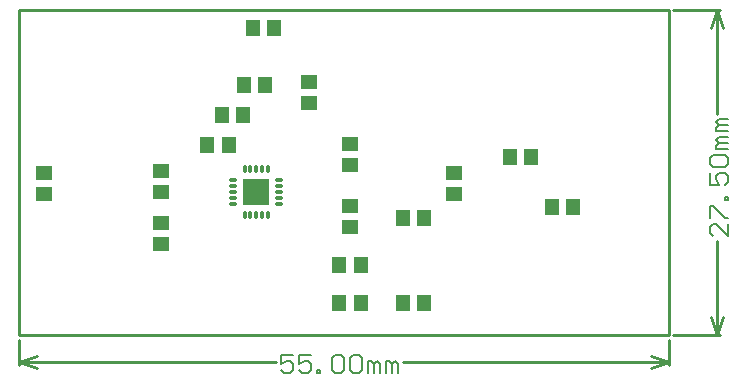
<source format=gbp>
G04*
G04 #@! TF.GenerationSoftware,Altium Limited,Altium Designer,20.0.2 (26)*
G04*
G04 Layer_Color=128*
%FSLAX25Y25*%
%MOIN*%
G70*
G01*
G75*
%ADD13C,0.01000*%
%ADD14C,0.00600*%
%ADD15R,0.04567X0.05787*%
%ADD18R,0.05787X0.04567*%
%ADD57O,0.01102X0.03150*%
%ADD58O,0.03150X0.01102*%
%ADD59R,0.09055X0.09055*%
D13*
X322835Y106299D02*
Y214567D01*
X106299Y106299D02*
X322835D01*
X106299Y214567D02*
X322835D01*
X106299Y106299D02*
Y214567D01*
Y97244D02*
X112299Y99244D01*
X106299Y97244D02*
X112299Y95244D01*
X316835D02*
X322835Y97244D01*
X316835Y99244D02*
X322835Y97244D01*
X106299D02*
X191873D01*
X234061D02*
X322835D01*
X106299Y96244D02*
Y104799D01*
X322835Y96244D02*
Y104799D01*
X336976Y112299D02*
X338976Y106299D01*
X340976Y112299D01*
X338976Y214567D02*
X340976Y208567D01*
X336976D02*
X338976Y214567D01*
Y106299D02*
Y137739D01*
Y179927D02*
Y214567D01*
X324335Y106299D02*
X339976D01*
X324335Y214567D02*
X339976D01*
D14*
X197472Y99643D02*
X193473D01*
Y96644D01*
X195473Y97644D01*
X196472D01*
X197472Y96644D01*
Y94645D01*
X196472Y93645D01*
X194473D01*
X193473Y94645D01*
X203470Y99643D02*
X199471D01*
Y96644D01*
X201471Y97644D01*
X202470D01*
X203470Y96644D01*
Y94645D01*
X202470Y93645D01*
X200471D01*
X199471Y94645D01*
X205469Y93645D02*
Y94645D01*
X206469D01*
Y93645D01*
X205469D01*
X210468Y98643D02*
X211467Y99643D01*
X213467D01*
X214466Y98643D01*
Y94645D01*
X213467Y93645D01*
X211467D01*
X210468Y94645D01*
Y98643D01*
X216466D02*
X217465Y99643D01*
X219465D01*
X220464Y98643D01*
Y94645D01*
X219465Y93645D01*
X217465D01*
X216466Y94645D01*
Y98643D01*
X222464Y93645D02*
Y97644D01*
X223464D01*
X224463Y96644D01*
Y93645D01*
Y96644D01*
X225463Y97644D01*
X226463Y96644D01*
Y93645D01*
X228462D02*
Y97644D01*
X229462D01*
X230461Y96644D01*
Y93645D01*
Y96644D01*
X231461Y97644D01*
X232461Y96644D01*
Y93645D01*
X342575Y143338D02*
Y139339D01*
X338577Y143338D01*
X337577D01*
X336577Y142338D01*
Y140339D01*
X337577Y139339D01*
X336577Y145337D02*
Y149336D01*
X337577D01*
X341576Y145337D01*
X342575D01*
Y151336D02*
X341576D01*
Y152335D01*
X342575D01*
Y151336D01*
X336577Y160333D02*
Y156334D01*
X339576D01*
X338577Y158333D01*
Y159333D01*
X339576Y160333D01*
X341576D01*
X342575Y159333D01*
Y157334D01*
X341576Y156334D01*
X337577Y162332D02*
X336577Y163332D01*
Y165331D01*
X337577Y166331D01*
X341576D01*
X342575Y165331D01*
Y163332D01*
X341576Y162332D01*
X337577D01*
X342575Y168330D02*
X338577D01*
Y169330D01*
X339576Y170329D01*
X342575D01*
X339576D01*
X338577Y171329D01*
X339576Y172329D01*
X342575D01*
Y174328D02*
X338577D01*
Y175328D01*
X339576Y176327D01*
X342575D01*
X339576D01*
X338577Y177327D01*
X339576Y178327D01*
X342575D01*
D15*
X173760Y179528D02*
D03*
X180768D02*
D03*
X241299Y145276D02*
D03*
X234291D02*
D03*
X283996Y148900D02*
D03*
X291004D02*
D03*
X269823Y165748D02*
D03*
X276831D02*
D03*
X213032Y129724D02*
D03*
X220039D02*
D03*
Y116929D02*
D03*
X213032D02*
D03*
X234291D02*
D03*
X241299D02*
D03*
X176043Y169685D02*
D03*
X169035D02*
D03*
X188248Y189665D02*
D03*
X181240D02*
D03*
X191201Y208760D02*
D03*
X184193D02*
D03*
D18*
X114469Y153189D02*
D03*
Y160197D02*
D03*
X153543Y160984D02*
D03*
Y153976D02*
D03*
X202756Y190512D02*
D03*
Y183504D02*
D03*
X251181Y153386D02*
D03*
Y160394D02*
D03*
X153543Y143661D02*
D03*
Y136653D02*
D03*
X216535Y142165D02*
D03*
Y149173D02*
D03*
Y162933D02*
D03*
Y169941D02*
D03*
D57*
X189272Y146358D02*
D03*
X187303D02*
D03*
X185335D02*
D03*
X183366D02*
D03*
X181398D02*
D03*
Y161713D02*
D03*
X183366D02*
D03*
X185335D02*
D03*
X187303D02*
D03*
X189272D02*
D03*
D58*
X177657Y150098D02*
D03*
Y152067D02*
D03*
Y154035D02*
D03*
Y156004D02*
D03*
Y157972D02*
D03*
X193012D02*
D03*
Y156004D02*
D03*
Y154035D02*
D03*
Y152067D02*
D03*
Y150098D02*
D03*
D59*
X185335Y154035D02*
D03*
M02*

</source>
